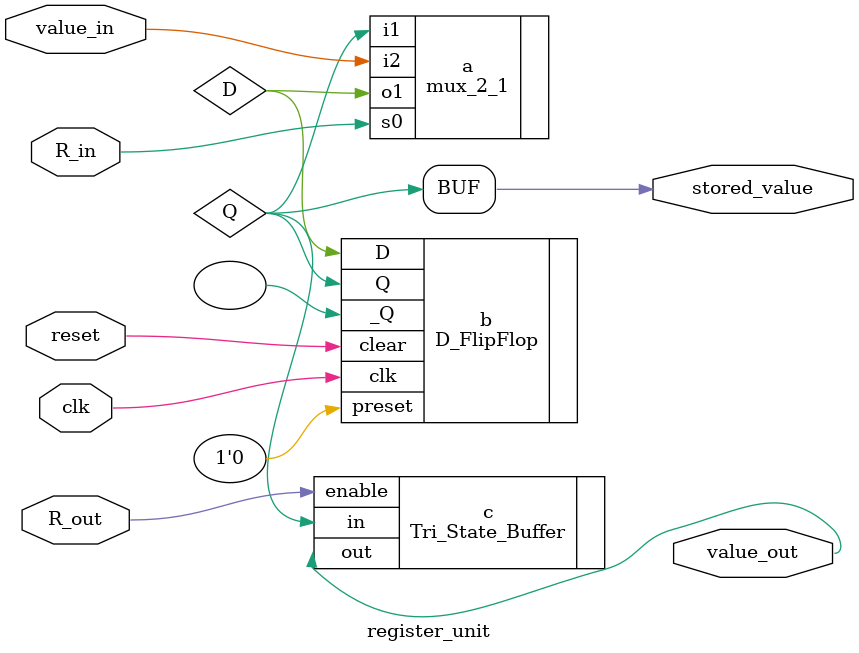
<source format=v>
`timescale 1ns / 1ps
`include "D_FlipFlop.v"
`include "Tri_State_Buffer.v"
module register_unit(
	input value_in,
	input R_in,
	input R_out,
	input clk,
	input reset,
	output stored_value,
	output value_out
   );

	wire w,Q,D;
	
	mux_2_1 a (
		.i1(Q),
		.i2(value_in),
		.s0(R_in),
		.o1(D)
	);
	
	wire garbage;
	
	D_FlipFlop b (
		.clk(clk),
		.D(D),
		.clear(reset),
		.preset(1'b0),
		.Q(Q),
		._Q()
	);
	
	and(stored_value,1'b1,Q);

	Tri_State_Buffer c (
		.enable(R_out),
		.in(Q),
		.out(value_out)
	);

endmodule

</source>
